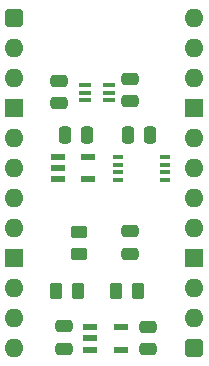
<source format=gts>
%TF.GenerationSoftware,KiCad,Pcbnew,8.0.4*%
%TF.CreationDate,2024-08-21T09:07:31+02:00*%
%TF.ProjectId,Clock Doubler,436c6f63-6b20-4446-9f75-626c65722e6b,V0*%
%TF.SameCoordinates,PX54c81a0PY37b6b20*%
%TF.FileFunction,Soldermask,Top*%
%TF.FilePolarity,Negative*%
%FSLAX46Y46*%
G04 Gerber Fmt 4.6, Leading zero omitted, Abs format (unit mm)*
G04 Created by KiCad (PCBNEW 8.0.4) date 2024-08-21 09:07:31*
%MOMM*%
%LPD*%
G01*
G04 APERTURE LIST*
G04 Aperture macros list*
%AMRoundRect*
0 Rectangle with rounded corners*
0 $1 Rounding radius*
0 $2 $3 $4 $5 $6 $7 $8 $9 X,Y pos of 4 corners*
0 Add a 4 corners polygon primitive as box body*
4,1,4,$2,$3,$4,$5,$6,$7,$8,$9,$2,$3,0*
0 Add four circle primitives for the rounded corners*
1,1,$1+$1,$2,$3*
1,1,$1+$1,$4,$5*
1,1,$1+$1,$6,$7*
1,1,$1+$1,$8,$9*
0 Add four rect primitives between the rounded corners*
20,1,$1+$1,$2,$3,$4,$5,0*
20,1,$1+$1,$4,$5,$6,$7,0*
20,1,$1+$1,$6,$7,$8,$9,0*
20,1,$1+$1,$8,$9,$2,$3,0*%
G04 Aperture macros list end*
%ADD10RoundRect,0.250000X0.250000X0.475000X-0.250000X0.475000X-0.250000X-0.475000X0.250000X-0.475000X0*%
%ADD11RoundRect,0.250000X-0.475000X0.250000X-0.475000X-0.250000X0.475000X-0.250000X0.475000X0.250000X0*%
%ADD12RoundRect,0.250000X-0.262500X-0.450000X0.262500X-0.450000X0.262500X0.450000X-0.262500X0.450000X0*%
%ADD13RoundRect,0.400000X-0.400000X-0.400000X0.400000X-0.400000X0.400000X0.400000X-0.400000X0.400000X0*%
%ADD14O,1.600000X1.600000*%
%ADD15R,1.600000X1.600000*%
%ADD16RoundRect,0.250000X0.475000X-0.250000X0.475000X0.250000X-0.475000X0.250000X-0.475000X-0.250000X0*%
%ADD17R,1.000000X0.450000*%
%ADD18R,0.950000X0.450000*%
%ADD19R,1.150000X0.600000*%
%ADD20RoundRect,0.250000X0.450000X-0.262500X0.450000X0.262500X-0.450000X0.262500X-0.450000X-0.262500X0*%
%ADD21R,1.250000X0.600000*%
G04 APERTURE END LIST*
D10*
%TO.C,C5*%
X11475000Y-9906000D03*
X9575000Y-9906000D03*
%TD*%
D11*
%TO.C,C4*%
X9779000Y-5162000D03*
X9779000Y-7062000D03*
%TD*%
D12*
%TO.C,R3*%
X3532500Y-23104000D03*
X5357500Y-23104000D03*
%TD*%
D13*
%TO.C,J1*%
X0Y0D03*
D14*
X0Y-2540000D03*
X0Y-5080000D03*
D15*
X0Y-7620000D03*
D14*
X0Y-10160000D03*
X0Y-12700000D03*
X0Y-15240000D03*
X0Y-17780000D03*
D15*
X0Y-20320000D03*
D14*
X0Y-22860000D03*
X0Y-25400000D03*
X0Y-27940000D03*
D13*
X15240000Y-27940000D03*
D14*
X15240000Y-25400000D03*
X15240000Y-22860000D03*
D15*
X15240000Y-20320000D03*
D14*
X15240000Y-17780000D03*
X15240000Y-15240000D03*
X15240000Y-12700000D03*
X15240000Y-10160000D03*
D15*
X15240000Y-7620000D03*
D14*
X15240000Y-5080000D03*
X15240000Y-2540000D03*
X15240000Y0D03*
%TD*%
D16*
%TO.C,C1*%
X9779000Y-19984000D03*
X9779000Y-18084000D03*
%TD*%
D17*
%TO.C,IC2*%
X5985000Y-5700000D03*
X5985000Y-6350000D03*
X5985000Y-7000000D03*
X7985000Y-7000000D03*
X7985000Y-6350000D03*
X7985000Y-5700000D03*
%TD*%
D18*
%TO.C,IC3*%
X8763000Y-11781000D03*
X8763000Y-12431000D03*
X8763000Y-13081000D03*
X8763000Y-13731000D03*
X12713000Y-13731000D03*
X12713000Y-13081000D03*
X12713000Y-12431000D03*
X12713000Y-11781000D03*
%TD*%
D12*
%TO.C,R2*%
X8612500Y-23104000D03*
X10437500Y-23104000D03*
%TD*%
D16*
%TO.C,C11*%
X11273000Y-28074000D03*
X11273000Y-26174000D03*
%TD*%
D10*
%TO.C,C3*%
X6141000Y-9906000D03*
X4241000Y-9906000D03*
%TD*%
D19*
%TO.C,IC1*%
X6417000Y-26190000D03*
X6417000Y-27140000D03*
X6417000Y-28090000D03*
X9017000Y-28090000D03*
X9017000Y-26190000D03*
%TD*%
D20*
%TO.C,R1*%
X5451000Y-19962500D03*
X5451000Y-18137500D03*
%TD*%
D16*
%TO.C,C10*%
X4199000Y-28024000D03*
X4199000Y-26124000D03*
%TD*%
%TO.C,C2*%
X3810000Y-7239000D03*
X3810000Y-5339000D03*
%TD*%
D21*
%TO.C,IC4*%
X3703000Y-11750000D03*
X3703000Y-12700000D03*
X3703000Y-13650000D03*
X6203000Y-13650000D03*
X6203000Y-11750000D03*
%TD*%
M02*

</source>
